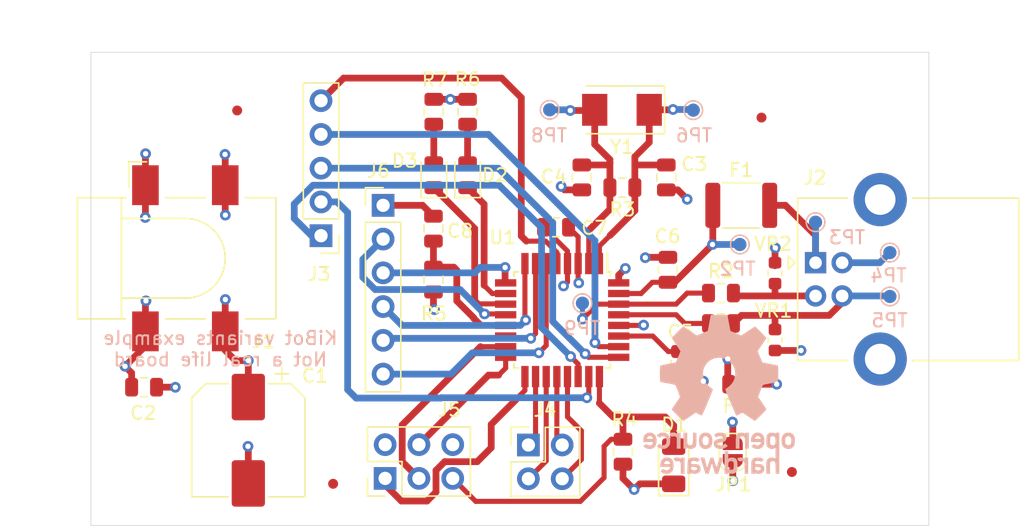
<source format=kicad_pcb>
(kicad_pcb (version 20240108) (generator "pcbnew") (generator_version "8.0")
  (title_block (title "Arduino UNO programmer") (date "${date}") (rev "${git_hash}") (company "Instituto Nacional de Tecnología Industrial") (comment 4 "An example of KiBot variants"))
  (layers (0 "F.Cu" signal) (1 "In1.Cu" power "GND.Cu") (2 "In2.Cu" power "Power.Cu") (31 "B.Cu" signal) (34 "B.Paste" user) (35 "F.Paste" user) (36 "B.SilkS" user "B.Silkscreen") (37 "F.SilkS" user "F.Silkscreen") (38 "B.Mask" user) (39 "F.Mask" user) (44 "Edge.Cuts" user))
  (property "date" "Today")
  (property "git_hash" "WIP")
  (net 0 "")
  (net 1 "GND")
  (net 2 "+5V")
  (net 3 "Net-(U1-XTAL1)")
  (net 4 "Net-(U1-PC0{slash}XTAL2)")
  (net 5 "Earth")
  (net 6 "Net-(U1-UCAP)")
  (net 7 "VBUS")
  (net 8 "Net-(J6-Pin_1)")
  (net 9 "/DTR")
  (net 10 "/RESET2")
  (net 11 "Net-(D2-A)")
  (net 12 "/RXLED")
  (net 13 "Net-(D3-A)")
  (net 14 "/TXLED")
  (net 15 "Net-(J2-VBUS)")
  (net 16 "Net-(J2-Shield)")
  (net 17 "Net-(J2-D+)")
  (net 18 "Net-(J2-D-)")
  (net 19 "Net-(J3-Pin_4)")
  (net 20 "Net-(J3-Pin_3)")
  (net 21 "Net-(J3-Pin_2)")
  (net 22 "Net-(J3-Pin_1)")
  (net 23 "Net-(J3-Pin_5)")
  (net 24 "Net-(J4-Pin_2)")
  (net 25 "Net-(J4-Pin_1)")
  (net 26 "Net-(J4-Pin_4)")
  (net 27 "Net-(J4-Pin_3)")
  (net 28 "/MOSI2")
  (net 29 "/SCK2")
  (net 30 "/MISO2")
  (net 31 "Net-(J6-Pin_3)")
  (net 32 "Net-(J6-Pin_5)")
  (net 33 "Net-(J6-Pin_6)")
  (net 34 "Net-(J6-Pin_4)")
  (net 35 "Net-(J6-Pin_2)")
  (net 36 "Net-(U1-D+)")
  (net 37 "Net-(U1-D-)")
  (footprint "Capacitor_SMD:CP_Elec_8x10" (layer "F.Cu") (at 130.8354 94.8944 -90)
    (property "Reference" "C1" (at -4.8514 -5.0038 180) (layer "F.SilkS"))
    (property "Value" "47uF")
    (pad "1" smd roundrect (at -3.25 0 270) (size 3.5 2.5) (layers "F.Cu" "F.Paste" "F.Mask") (roundrect_rratio 0.1) (net 2 "+5V"))
    (pad "2" smd roundrect (at 3.25 0 270) (size 3.5 2.5) (layers "F.Cu" "F.Paste" "F.Mask") (roundrect_rratio 0.1) (net 1 "GND"))
  )
  (footprint "Capacitor_SMD:C_0805_2012Metric" (layer "F.Cu") (at 123 90.9)
    (property "Reference" "C2" (at -0.064 1.937 0) (layer "F.SilkS"))
    (property "Value" "100nF")
    (pad "1" smd roundrect (at -0.9375 0) (size 0.975 1.4) (layers "F.Cu" "F.Paste" "F.Mask") (net 2 "+5V"))
    (pad "2" smd roundrect (at 0.9375 0) (size 0.975 1.4) (layers "F.Cu" "F.Paste" "F.Mask") (net 1 "GND"))
  )
  (footprint "Capacitor_SMD:C_0805_2012Metric" (layer "F.Cu") (at 162.26 75.116 -90)
    (property "Reference" "C3" (at -0.9988 -2.1034 180) (layer "F.SilkS"))
    (property "Value" "22pF")
    (pad "1" smd roundrect (at -0.9375 0 270) (size 0.975 1.4) (layers "F.Cu" "F.Paste" "F.Mask") (net 3 "Net-(U1-XTAL1)"))
    (pad "2" smd roundrect (at 0.9375 0 270) (size 0.975 1.4) (layers "F.Cu" "F.Paste" "F.Mask") (net 1 "GND"))
  )
  (footprint "Capacitor_SMD:C_0805_2012Metric" (layer "F.Cu") (at 155.91 75.116 -90)
    (property "Reference" "C4" (at -0.059 2.113 180) (layer "F.SilkS"))
    (property "Value" "22pF")
    (pad "1" smd roundrect (at -0.9375 0 270) (size 0.975 1.4) (layers "F.Cu" "F.Paste" "F.Mask") (net 4 "Net-(U1-PC0{slash}XTAL2)"))
    (pad "2" smd roundrect (at 0.9375 0 270) (size 0.975 1.4) (layers "F.Cu" "F.Paste" "F.Mask") (net 1 "GND"))
  )
  (footprint "Capacitor_SMD:C_0805_2012Metric" (layer "F.Cu") (at 163.322 89.154 -90)
    (property "Reference" "C5" (at -2.413 0 180) (layer "F.SilkS"))
    (property "Value" "1uF")
    (pad "1" smd roundrect (at -0.9375 0 270) (size 0.975 1.4) (layers "F.Cu" "F.Paste" "F.Mask") (net 6 "Net-(U1-UCAP)"))
    (pad "2" smd roundrect (at 0.9375 0 270) (size 0.975 1.4) (layers "F.Cu" "F.Paste" "F.Mask") (net 5 "Earth"))
  )
  (footprint "Capacitor_SMD:C_0805_2012Metric" (layer "F.Cu") (at 153.9748 78.867)
    (property "Reference" "C7" (at 2.8702 0.0508 0) (layer "F.SilkS"))
    (property "Value" "100nF")
    (pad "1" smd roundrect (at -0.9375 0) (size 0.975 1.4) (layers "F.Cu" "F.Paste" "F.Mask") (net 2 "+5V"))
    (pad "2" smd roundrect (at 0.9375 0) (size 0.975 1.4) (layers "F.Cu" "F.Paste" "F.Mask") (net 1 "GND"))
  )
  (footprint "Capacitor_SMD:C_0805_2012Metric" (layer "F.Cu") (at 144.7546 78.9686 90)
    (property "Reference" "C8" (at -0.1778 2.0066 180) (layer "F.SilkS"))
    (property "Value" "100nF")
    (pad "1" smd roundrect (at -0.9375 0 90) (size 0.975 1.4) (layers "F.Cu" "F.Paste" "F.Mask") (net 9 "/DTR"))
    (pad "2" smd roundrect (at 0.9375 0 90) (size 0.975 1.4) (layers "F.Cu" "F.Paste" "F.Mask") (net 8 "Net-(J6-Pin_1)"))
  )
  (footprint "Diode_SMD:D_1206_3216Metric" (layer "F.Cu") (at 162.814 96.774 90)
    (property "Reference" "D1" (at 3.048 0.0508 180) (layer "F.SilkS"))
    (property "Value" "CD1206-S01575")
    (pad "1" smd roundrect (at -1.4 0 90) (size 1.25 1.75) (layers "F.Cu" "F.Paste" "F.Mask") (roundrect_rratio 0.2) (net 2 "+5V"))
    (pad "2" smd roundrect (at 1.4 0 90) (size 1.25 1.75) (layers "F.Cu" "F.Paste" "F.Mask") (roundrect_rratio 0.2) (net 10 "/RESET2"))
  )
  (footprint "LED_SMD:LED_0805_2012Metric" (layer "F.Cu") (at 147.32 74.95 90)
    (property "Reference" "D2" (at -0.0054 2.0574 180) (layer "F.SilkS"))
    (property "Value" "LED")
    (pad "1" smd roundrect (at -0.9375 0 90) (size 0.975 1.4) (layers "F.Cu" "F.Paste" "F.Mask") (net 12 "/RXLED"))
    (pad "2" smd roundrect (at 0.9375 0 90) (size 0.975 1.4) (layers "F.Cu" "F.Paste" "F.Mask") (net 11 "Net-(D2-A)"))
  )
  (footprint "LED_SMD:LED_0805_2012Metric" (layer "F.Cu") (at 144.78 74.95 90)
    (property "Reference" "D3" (at 1.0868 -2.1844 180) (layer "F.SilkS"))
    (property "Value" "LED")
    (pad "1" smd roundrect (at -0.9375 0 90) (size 0.975 1.4) (layers "F.Cu" "F.Paste" "F.Mask") (net 14 "/TXLED"))
    (pad "2" smd roundrect (at 0.9375 0 90) (size 0.975 1.4) (layers "F.Cu" "F.Paste" "F.Mask") (net 13 "Net-(D3-A)"))
  )
  (footprint "Resistor_SMD:R_1812_4532Metric" (layer "F.Cu") (at 167.894 77.216)
    (property "Reference" "F1" (at 0 -2.65 0) (layer "F.SilkS"))
    (property "Value" "MF-MSMF050-2")
    (pad "1" smd roundrect (at -2.1375 0) (size 1.125 3.4) (layers "F.Cu" "F.Paste" "F.Mask") (roundrect_rratio 0.222222) (net 7 "VBUS"))
    (pad "2" smd roundrect (at 2.1375 0) (size 1.125 3.4) (layers "F.Cu" "F.Paste" "F.Mask") (roundrect_rratio 0.222222) (net 15 "Net-(J2-VBUS)"))
  )
  (footprint "Resistor_SMD:R_0805_2012Metric" (layer "F.Cu") (at 167.894 90.678 180)
    (property "Reference" "FB1" (at 0 -1.65 0) (layer "F.SilkS"))
    (property "Value" "BLM21PG221SN1D")
    (pad "1" smd roundrect (at -0.9375 0 180) (size 0.975 1.4) (layers "F.Cu" "F.Paste" "F.Mask") (net 16 "Net-(J2-Shield)"))
    (pad "2" smd roundrect (at 0.9375 0 180) (size 0.975 1.4) (layers "F.Cu" "F.Paste" "F.Mask") (net 5 "Earth"))
  )
  (footprint "Fiducial:Fiducial_0.75mm_Mask1.5mm" (layer "F.Cu") (at 169.418 70.612)
    (property "Reference" "FID1" (hide yes))
    (property "Value" "Fiducial")
    (pad "" smd circle (at 0 0) (size 0.75 0.75) (layers "F.Cu" "F.Mask") (clearance 0.375))
  )
  (footprint "Fiducial:Fiducial_0.75mm_Mask1.5mm" (layer "F.Cu") (at 171.704 97.282)
    (property "Reference" "FID2" (hide yes))
    (property "Value" "Fiducial")
    (pad "" smd circle (at 0 0) (size 0.75 0.75) (layers "F.Cu" "F.Mask") (clearance 0.375))
  )
  (footprint "Fiducial:Fiducial_0.75mm_Mask1.5mm" (layer "F.Cu") (at 129.9972 70.0786)
    (property "Reference" "FID3" (hide yes))
    (property "Value" "Fiducial")
    (pad "" smd circle (at 0 0) (size 0.75 0.75) (layers "F.Cu" "F.Mask") (clearance 0.375))
  )
  (footprint "Fiducial:Fiducial_0.75mm_Mask1.5mm" (layer "F.Cu") (at 137.2108 98.171)
    (property "Reference" "FID4" (hide yes))
    (property "Value" "Fiducial")
    (pad "" smd circle (at 0 0) (size 0.75 0.75) (layers "F.Cu" "F.Mask") (clearance 0.375))
  )
  (footprint "MountingHole:MountingHole_2.7mm_M2.5" (layer "F.Cu") (at 177 97)
    (property "Reference" "H1" (hide yes))
    (property "Value" "MountingHole")
    (pad "" np_thru_hole circle (at 0 0) (size 2.7 2.7) (drill 2.7) (layers "*.Cu" "*.Mask"))
  )
  (footprint "MountingHole:MountingHole_2.7mm_M2.5" (layer "F.Cu") (at 123 97)
    (property "Reference" "H2" (hide yes))
    (property "Value" "MountingHole")
    (pad "" np_thru_hole circle (at 0 0) (size 2.7 2.7) (drill 2.7) (layers "*.Cu" "*.Mask"))
  )
  (footprint "MountingHole:MountingHole_2.7mm_M2.5" (layer "F.Cu") (at 123 69.5)
    (property "Reference" "H3" (hide yes))
    (property "Value" "MountingHole")
    (pad "" np_thru_hole circle (at 0 0) (size 2.7 2.7) (drill 2.7) (layers "*.Cu" "*.Mask"))
  )
  (footprint "MountingHole:MountingHole_2.7mm_M2.5" (layer "F.Cu") (at 177 69.5)
    (property "Reference" "H4" (hide yes))
    (property "Value" "MountingHole")
    (pad "" np_thru_hole circle (at 0 0) (size 2.7 2.7) (drill 2.7) (layers "*.Cu" "*.Mask"))
  )
  (footprint "Connector_BarrelJack:BarrelJack_CLIFF_FC681465S_SMT_Horizontal" (layer "F.Cu") (at 126.1 81.2)
    (property "Reference" "J1" (at 5.8784 6.2522 180) (layer "F.SilkS"))
    (property "Value" "Barrel_Jack_Switch")
    (pad "" np_thru_hole oval (at -2.9 0 90) (size 2 1.5) (drill oval 2 1.5) (layers "*.Cu" "*.Mask"))
    (pad "" np_thru_hole circle (at 1.5 0 90) (size 2 2) (drill 2) (layers "*.Cu" "*.Mask"))
    (pad "1" smd rect (at -3 -5.5 90) (size 3 2) (layers "F.Cu" "F.Paste" "F.Mask") (net 1 "GND"))
    (pad "1" smd rect (at 3 -5.5 90) (size 3 2) (layers "F.Cu" "F.Paste" "F.Mask") (net 1 "GND"))
    (pad "2" smd rect (at 3 5.5 90) (size 3 2) (layers "F.Cu" "F.Paste" "F.Mask") (net 2 "+5V"))
    (pad "3" smd rect (at -3 5.5 90) (size 3 2) (layers "F.Cu" "F.Paste" "F.Mask") (net 2 "+5V"))
  )
  (footprint "Connector_PinHeader_2.54mm:PinHeader_1x05_P2.54mm_Vertical" (layer "F.Cu") (at 136.3 79.5 180)
    (property "Reference" "J3" (at 0.156 -2.8976 0) (layer "F.SilkS"))
    (property "Value" "P1")
    (pad "1" thru_hole rect (at 0 0 180) (size 1.7 1.7) (drill 1) (layers "*.Cu" "*.Mask") (net 22 "Net-(J3-Pin_1)"))
    (pad "2" thru_hole oval (at 0 2.54 180) (size 1.7 1.7) (drill 1) (layers "*.Cu" "*.Mask") (net 21 "Net-(J3-Pin_2)"))
    (pad "3" thru_hole oval (at 0 5.08 180) (size 1.7 1.7) (drill 1) (layers "*.Cu" "*.Mask") (net 20 "Net-(J3-Pin_3)"))
    (pad "4" thru_hole oval (at 0 7.62 180) (size 1.7 1.7) (drill 1) (layers "*.Cu" "*.Mask") (net 19 "Net-(J3-Pin_4)"))
    (pad "5" thru_hole oval (at 0 10.16 180) (size 1.7 1.7) (drill 1) (layers "*.Cu" "*.Mask") (net 23 "Net-(J3-Pin_5)"))
  )
  (footprint "Connector_PinHeader_2.54mm:PinHeader_2x02_P2.54mm_Vertical" (layer "F.Cu") (at 151.892 95.25)
    (property "Reference" "J4" (at 1.2446 -2.6416 0) (layer "F.SilkS"))
    (property "Value" "2x2M")
    (pad "1" thru_hole rect (at 0 0) (size 1.7 1.7) (drill 1) (layers "*.Cu" "*.Mask") (net 25 "Net-(J4-Pin_1)"))
    (pad "2" thru_hole oval (at 2.54 0) (size 1.7 1.7) (drill 1) (layers "*.Cu" "*.Mask") (net 24 "Net-(J4-Pin_2)"))
    (pad "3" thru_hole oval (at 0 2.54) (size 1.7 1.7) (drill 1) (layers "*.Cu" "*.Mask") (net 27 "Net-(J4-Pin_3)"))
    (pad "4" thru_hole oval (at 2.54 2.54) (size 1.7 1.7) (drill 1) (layers "*.Cu" "*.Mask") (net 26 "Net-(J4-Pin_4)"))
  )
  (footprint "Connector_PinHeader_2.54mm:PinHeader_2x03_P2.54mm_Vertical" (layer "F.Cu") (at 141.1224 97.7646 90)
    (property "Reference" "J5" (at 5.1562 4.826 180) (layer "F.SilkS"))
    (property "Value" "ICSP1")
    (pad "1" thru_hole rect (at 0 0 90) (size 1.7 1.7) (drill 1) (layers "*.Cu" "*.Mask") (net 30 "/MISO2"))
    (pad "2" thru_hole oval (at 2.54 0 90) (size 1.7 1.7) (drill 1) (layers "*.Cu" "*.Mask") (net 2 "+5V"))
    (pad "3" thru_hole oval (at 0 2.54 90) (size 1.7 1.7) (drill 1) (layers "*.Cu" "*.Mask") (net 29 "/SCK2"))
    (pad "4" thru_hole oval (at 2.54 2.54 90) (size 1.7 1.7) (drill 1) (layers "*.Cu" "*.Mask") (net 28 "/MOSI2"))
    (pad "5" thru_hole oval (at 0 5.08 90) (size 1.7 1.7) (drill 1) (layers "*.Cu" "*.Mask") (net 10 "/RESET2"))
    (pad "6" thru_hole oval (at 2.54 5.08 90) (size 1.7 1.7) (drill 1) (layers "*.Cu" "*.Mask") (net 1 "GND"))
  )
  (footprint "Connector_PinHeader_2.54mm:PinHeader_1x06_P2.54mm_Vertical" (layer "F.Cu") (at 140.97 77.216)
    (property "Reference" "J6" (at -0.3556 -2.5908 0) (layer "F.SilkS"))
    (property "Value" "P2")
    (pad "1" thru_hole rect (at 0 0) (size 1.7 1.7) (drill 1) (layers "*.Cu" "*.Mask") (net 8 "Net-(J6-Pin_1)"))
    (pad "2" thru_hole oval (at 0 2.54) (size 1.7 1.7) (drill 1) (layers "*.Cu" "*.Mask") (net 35 "Net-(J6-Pin_2)"))
    (pad "3" thru_hole oval (at 0 5.08) (size 1.7 1.7) (drill 1) (layers "*.Cu" "*.Mask") (net 31 "Net-(J6-Pin_3)"))
    (pad "4" thru_hole oval (at 0 7.62) (size 1.7 1.7) (drill 1) (layers "*.Cu" "*.Mask") (net 34 "Net-(J6-Pin_4)"))
    (pad "5" thru_hole oval (at 0 10.16) (size 1.7 1.7) (drill 1) (layers "*.Cu" "*.Mask") (net 32 "Net-(J6-Pin_5)"))
    (pad "6" thru_hole oval (at 0 12.7) (size 1.7 1.7) (drill 1) (layers "*.Cu" "*.Mask") (net 33 "Net-(J6-Pin_6)"))
  )
  (footprint "Jumper:SolderJumper-2_P1.3mm_Open_RoundedPad1.0x1.5mm" (layer "F.Cu") (at 167.259 95.7834 -90)
    (property "Reference" "JP1" (at 2.4384 -0.0508 180) (layer "F.SilkS"))
    (property "Value" "SolderJumper_2_Open")
    (pad "1" smd custom (at -0.65 0 270) (size 1 0.5) (layers "F.Cu" "F.Mask") (net 5 "Earth") (options (clearance outline) (anchor rect)) (primitives (gr_circle (center 0 0.25) (end 0.5 0.25) (width 0) (fill yes)) (gr_circle (center 0 -0.25) (end 0.5 -0.25) (width 0) (fill yes)) (gr_poly (pts (xy 0 -0.75) (xy 0.5 -0.75) (xy 0.5 0.75) (xy 0 0.75)) (width 0) (fill yes))))
    (pad "2" smd custom (at 0.65 0 270) (size 1 0.5) (layers "F.Cu" "F.Mask") (net 1 "GND") (options (clearance outline) (anchor rect)) (primitives (gr_circle (center 0 0.25) (end 0.5 0.25) (width 0) (fill yes)) (gr_circle (center 0 -0.25) (end 0.5 -0.25) (width 0) (fill yes)) (gr_poly (pts (xy 0 -0.75) (xy -0.5 -0.75) (xy -0.5 0.75) (xy 0 0.75)) (width 0) (fill yes))))
  )
  (footprint "Resistor_SMD:R_0805_2012Metric" (layer "F.Cu") (at 166.37 86.106)
    (property "Reference" "R1" (at 0.0762 1.8034 0) (layer "F.SilkS"))
    (property "Value" "22R")
    (pad "1" smd roundrect (at -0.9375 0) (size 0.975 1.4) (layers "F.Cu" "F.Paste" "F.Mask") (net 36 "Net-(U1-D+)"))
    (pad "2" smd roundrect (at 0.9375 0) (size 0.975 1.4) (layers "F.Cu" "F.Paste" "F.Mask") (net 17 "Net-(J2-D+)"))
  )
  (footprint "Resistor_SMD:R_0805_2012Metric" (layer "F.Cu") (at 166.37 83.82)
    (property "Reference" "R2" (at 0 -1.65 0) (layer "F.SilkS"))
    (property "Value" "22R")
    (pad "1" smd roundrect (at -0.9375 0) (size 0.975 1.4) (layers "F.Cu" "F.Paste" "F.Mask") (net 37 "Net-(U1-D-)"))
    (pad "2" smd roundrect (at 0.9375 0) (size 0.975 1.4) (layers "F.Cu" "F.Paste" "F.Mask") (net 18 "Net-(J2-D-)"))
  )
  (footprint "Resistor_SMD:R_0805_2012Metric" (layer "F.Cu") (at 158.958 75.878 180)
    (property "Reference" "R3" (at 0 -1.65 0) (layer "F.SilkS"))
    (property "Value" "1M")
    (pad "1" smd roundrect (at -0.9375 0 180) (size 0.975 1.4) (layers "F.Cu" "F.Paste" "F.Mask") (net 3 "Net-(U1-XTAL1)"))
    (pad "2" smd roundrect (at 0.9375 0 180) (size 0.975 1.4) (layers "F.Cu" "F.Paste" "F.Mask") (net 4 "Net-(U1-PC0{slash}XTAL2)"))
  )
  (footprint "Resistor_SMD:R_0805_2012Metric" (layer "F.Cu") (at 159.004 95.758 90)
    (property "Reference" "R4" (at 2.4384 0.1016 180) (layer "F.SilkS"))
    (property "Value" "10K")
    (pad "1" smd roundrect (at -0.9375 0 90) (size 0.975 1.4) (layers "F.Cu" "F.Paste" "F.Mask") (net 2 "+5V"))
    (pad "2" smd roundrect (at 0.9375 0 90) (size 0.975 1.4) (layers "F.Cu" "F.Paste" "F.Mask") (net 10 "/RESET2"))
  )
  (footprint "Resistor_SMD:R_0805_2012Metric" (layer "F.Cu") (at 144.7546 82.804 -90)
    (property "Reference" "R5" (at 2.5654 -0.0254 180) (layer "F.SilkS"))
    (property "Value" "1K")
    (pad "1" smd roundrect (at -0.9375 0 270) (size 0.975 1.4) (layers "F.Cu" "F.Paste" "F.Mask") (net 9 "/DTR"))
    (pad "2" smd roundrect (at 0.9375 0 270) (size 0.975 1.4) (layers "F.Cu" "F.Paste" "F.Mask") (net 1 "GND"))
  )
  (footprint "Resistor_SMD:R_0805_2012Metric" (layer "F.Cu") (at 147.32 70.1748 -90)
    (property "Reference" "R6" (at -2.4584 0 180) (layer "F.SilkS"))
    (property "Value" "1K")
    (pad "1" smd roundrect (at -0.9375 0 270) (size 0.975 1.4) (layers "F.Cu" "F.Paste" "F.Mask") (net 2 "+5V"))
    (pad "2" smd roundrect (at 0.9375 0 270) (size 0.975 1.4) (layers "F.Cu" "F.Paste" "F.Mask") (net 11 "Net-(D2-A)"))
  )
  (footprint "Resistor_SMD:R_0805_2012Metric" (layer "F.Cu") (at 144.78 70.1748 -90)
    (property "Reference" "R7" (at -2.4076 -0.0762 180) (layer "F.SilkS"))
    (property "Value" "1K")
    (pad "1" smd roundrect (at -0.9375 0 270) (size 0.975 1.4) (layers "F.Cu" "F.Paste" "F.Mask") (net 2 "+5V"))
    (pad "2" smd roundrect (at 0.9375 0 270) (size 0.975 1.4) (layers "F.Cu" "F.Paste" "F.Mask") (net 13 "Net-(D3-A)"))
  )
  (footprint "Resistor_SMD:R_0603_1608Metric" (layer "F.Cu") (at 170.434 87.3505 -90)
    (property "Reference" "VR1" (at -2.2097 0.1016 180) (layer "F.SilkS"))
    (property "Value" "CG0603MLC-05E")
    (pad "1" smd roundrect (at -0.7875 0 270) (size 0.875 0.95) (layers "F.Cu" "F.Paste" "F.Mask") (net 17 "Net-(J2-D+)"))
    (pad "2" smd roundrect (at 0.7875 0 270) (size 0.875 0.95) (layers "F.Cu" "F.Paste" "F.Mask") (net 16 "Net-(J2-Shield)"))
  )
  (footprint "Crystal:Crystal_SMD_Abracon_ABM3-2Pin_5.0x3.2mm" (layer "F.Cu") (at 158.9278 70.0278 180)
    (property "Reference" "Y1" (at 0 -2.8 0) (layer "F.SilkS"))
    (property "Value" "16MHz")
    (pad "1" smd rect (at -2.05 0 180) (size 1.9 2.4) (layers "F.Cu" "F.Paste" "F.Mask") (net 3 "Net-(U1-XTAL1)"))
    (pad "2" smd rect (at 2.05 0 180) (size 1.9 2.4) (layers "F.Cu" "F.Paste" "F.Mask") (net 4 "Net-(U1-PC0{slash}XTAL2)"))
  )
  (footprint "Connector_USB:USB_B_Lumberg_2411_02_Horizontal" (layer "F.Cu") (at 173.482 81.534)
    (property "Reference" "J2" (at -0.0508 -6.4008 0) (layer "F.SilkS"))
    (property "Value" "USB_B")
    (pad "1" thru_hole rect (at 0 0 90) (size 1.6 1.6) (drill 0.95) (layers "*.Cu" "*.Mask") (net 15 "Net-(J2-VBUS)"))
    (pad "2" thru_hole circle (at 0 2.5 90) (size 1.6 1.6) (drill 0.95) (layers "*.Cu" "*.Mask") (net 18 "Net-(J2-D-)"))
    (pad "3" thru_hole circle (at 2 2.5 90) (size 1.6 1.6) (drill 0.95) (layers "*.Cu" "*.Mask") (net 17 "Net-(J2-D+)"))
    (pad "4" thru_hole circle (at 2 0 90) (size 1.6 1.6) (drill 0.95) (layers "*.Cu" "*.Mask") (net 5 "Earth"))
    (pad "5" thru_hole circle (at 4.86 -4.75 90) (size 4 4) (drill 2.3) (layers "*.Cu" "*.Mask") (net 16 "Net-(J2-Shield)"))
    (pad "5" thru_hole circle (at 4.86 7.25 90) (size 4 4) (drill 2.3) (layers "*.Cu" "*.Mask") (net 16 "Net-(J2-Shield)"))
  )
  (footprint "Package_QFP:TQFP-32_7x7mm_P0.8mm" (layer "F.Cu") (at 154.432 85.852 -90)
    (property "Reference" "U1" (at -6.223 4.4704 180) (layer "F.SilkS"))
    (property "Value" "ATmega8U2-AU")
    (pad "1" smd rect (at -4.25 -2.8 270) (size 1.6 0.55) (layers "F.Cu" "F.Paste" "F.Mask") (net 3 "Net-(U1-XTAL1)"))
    (pad "2" smd rect (at -4.25 -2 270) (size 1.6 0.55) (layers "F.Cu" "F.Paste" "F.Mask") (net 4 "Net-(U1-PC0{slash}XTAL2)"))
    (pad "3" smd rect (at -4.25 -1.2 270) (size 1.6 0.55) (layers "F.Cu" "F.Paste" "F.Mask") (net 1 "GND"))
    (pad "4" smd rect (at -4.25 -0.4 270) (size 1.6 0.55) (layers "F.Cu" "F.Paste" "F.Mask") (net 2 "+5V"))
    (pad "5" smd rect (at -4.25 0.4 270) (size 1.6 0.55) (layers "F.Cu" "F.Paste" "F.Mask") (net 23 "Net-(J3-Pin_5)"))
    (pad "6" smd rect (at -4.25 1.2 270) (size 1.6 0.55) (layers "F.Cu" "F.Paste" "F.Mask") (net 33 "Net-(J6-Pin_6)"))
    (pad "7" smd rect (at -4.25 2 270) (size 1.6 0.55) (layers "F.Cu" "F.Paste" "F.Mask") (net 32 "Net-(J6-Pin_5)"))
    (pad "8" smd rect (at -4.25 2.8 270) (size 1.6 0.55) (layers "F.Cu" "F.Paste" "F.Mask") (net 34 "Net-(J6-Pin_4)"))
    (pad "9" smd rect (at -2.8 4.25) (size 1.6 0.55) (layers "F.Cu" "F.Paste" "F.Mask") (net 31 "Net-(J6-Pin_3)"))
    (pad "10" smd rect (at -2 4.25) (size 1.6 0.55) (layers "F.Cu" "F.Paste" "F.Mask") (net 12 "/RXLED"))
    (pad "11" smd rect (at -1.2 4.25) (size 1.6 0.55) (layers "F.Cu" "F.Paste" "F.Mask") (net 14 "/TXLED"))
    (pad "12" smd rect (at -0.4 4.25) (size 1.6 0.55) (layers "F.Cu" "F.Paste" "F.Mask") (net 35 "Net-(J6-Pin_2)"))
    (pad "13" smd rect (at 0.4 4.25) (size 1.6 0.55) (layers "F.Cu" "F.Paste" "F.Mask") (net 9 "/DTR"))
    (pad "14" smd rect (at 1.2 4.25) (size 1.6 0.55) (layers "F.Cu" "F.Paste" "F.Mask"))
    (pad "15" smd rect (at 2 4.25) (size 1.6 0.55) (layers "F.Cu" "F.Paste" "F.Mask") (net 29 "/SCK2"))
    (pad "16" smd rect (at 2.8 4.25) (size 1.6 0.55) (layers "F.Cu" "F.Paste" "F.Mask") (net 28 "/MOSI2"))
    (pad "17" smd rect (at 4.25 2.8 270) (size 1.6 0.55) (layers "F.Cu" "F.Paste" "F.Mask") (net 30 "/MISO2"))
    (pad "18" smd rect (at 4.25 2 270) (size 1.6 0.55) (layers "F.Cu" "F.Paste" "F.Mask") (net 25 "Net-(J4-Pin_1)"))
    (pad "19" smd rect (at 4.25 1.2 270) (size 1.6 0.55) (layers "F.Cu" "F.Paste" "F.Mask") (net 27 "Net-(J4-Pin_3)"))
    (pad "20" smd rect (at 4.25 0.4 270) (size 1.6 0.55) (layers "F.Cu" "F.Paste" "F.Mask") (net 24 "Net-(J4-Pin_2)"))
    (pad "21" smd rect (at 4.25 -0.4 270) (size 1.6 0.55) (layers "F.Cu" "F.Paste" "F.Mask") (net 26 "Net-(J4-Pin_4)"))
    (pad "22" smd rect (at 4.25 -1.2 270) (size 1.6 0.55) (layers "F.Cu" "F.Paste" "F.Mask") (net 22 "Net-(J3-Pin_1)"))
    (pad "23" smd rect (at 4.25 -2 270) (size 1.6 0.55) (layers "F.Cu" "F.Paste" "F.Mask") (net 21 "Net-(J3-Pin_2)"))
    (pad "24" smd rect (at 4.25 -2.8 270) (size 1.6 0.55) (layers "F.Cu" "F.Paste" "F.Mask") (net 10 "/RESET2"))
    (pad "25" smd rect (at 2.8 -4.25) (size 1.6 0.55) (layers "F.Cu" "F.Paste" "F.Mask") (net 20 "Net-(J3-Pin_3)"))
    (pad "26" smd rect (at 2 -4.25) (size 1.6 0.55) (layers "F.Cu" "F.Paste" "F.Mask") (net 19 "Net-(J3-Pin_4)"))
    (pad "27" smd rect (at 1.2 -4.25) (size 1.6 0.55) (layers "F.Cu" "F.Paste" "F.Mask") (net 6 "Net-(U1-UCAP)"))
    (pad "28" smd rect (at 0.4 -4.25) (size 1.6 0.55) (layers "F.Cu" "F.Paste" "F.Mask") (net 5 "Earth"))
    (pad "29" smd rect (at -0.4 -4.25) (size 1.6 0.55) (layers "F.Cu" "F.Paste" "F.Mask") (net 36 "Net-(U1-D+)"))
    (pad "30" smd rect (at -1.2 -4.25) (size 1.6 0.55) (layers "F.Cu" "F.Paste" "F.Mask") (net 37 "Net-(U1-D-)"))
    (pad "31" smd rect (at -2 -4.25) (size 1.6 0.55) (layers "F.Cu" "F.Paste" "F.Mask") (net 7 "VBUS"))
    (pad "32" smd rect (at -2.8 -4.25) (size 1.6 0.55) (layers "F.Cu" "F.Paste" "F.Mask") (net 2 "+5V"))
  )
  (footprint "Resistor_SMD:R_0603_1608Metric" (layer "F.Cu") (at 170.434 82.3214 90)
    (property "Reference" "VR2" (at 2.2098 -0.1524 180) (layer "F.SilkS"))
    (property "Value" "CG0603MLC-05E")
    (pad "1" smd roundrect (at -0.7875 0 90) (size 0.875 0.95) (layers "F.Cu" "F.Paste" "F.Mask") (net 18 "Net-(J2-D-)"))
    (pad "2" smd roundrect (at 0.7875 0 90) (size 0.875 0.95) (layers "F.Cu" "F.Paste" "F.Mask") (net 16 "Net-(J2-Shield)"))
  )
  (footprint "Capacitor_SMD:C_0805_2012Metric" (layer "F.Cu") (at 162.3822 82.0674 90)
    (property "Reference" "C6" (at 2.5146 -0.0254 180) (layer "F.SilkS"))
    (property "Value" "100nF")
    (pad "1" smd roundrect (at -0.9375 0 90) (size 0.975 1.4) (layers "F.Cu" "F.Paste" "F.Mask") (net 7 "VBUS"))
    (pad "2" smd roundrect (at 0.9375 0 90) (size 0.975 1.4) (layers "F.Cu" "F.Paste" "F.Mask") (net 5 "Earth"))
  )
  (footprint "TestPoint:TestPoint_Pad_D1.0mm" (layer "B.Cu") (at 167.7924 80.1624)
    (property "Reference" "TP2" (at -0.1778 1.8288 0) (layer "B.SilkS") (effects (justify mirror)))
    (property "Value" "TestPoint")
    (pad "1" smd circle (at 0 0) (size 1 1) (layers "B.Cu" "B.Mask") (net 7 "VBUS"))
  )
  (footprint "TestPoint:TestPoint_Pad_D1.0mm" (layer "B.Cu") (at 173.482 78.486)
    (property "Reference" "TP3" (at 2.3622 1.143 0) (layer "B.SilkS") (effects (justify mirror)))
    (property "Value" "TestPoint")
    (pad "1" smd circle (at 0 0) (size 1 1) (layers "B.Cu" "B.Mask") (net 15 "Net-(J2-VBUS)"))
  )
  (footprint "TestPoint:TestPoint_Pad_D1.0mm" (layer "B.Cu") (at 179.07 80.772)
    (property "Reference" "TP4" (at -0.1016 1.7272 0) (layer "B.SilkS") (effects (justify mirror)))
    (property "Value" "TestPoint")
    (pad "1" smd circle (at 0 0) (size 1 1) (layers "B.Cu" "B.Mask") (net 5 "Earth"))
  )
  (footprint "TestPoint:TestPoint_Pad_D1.0mm" (layer "B.Cu") (at 179.07 84.074)
    (property "Reference" "TP5" (at -0.0254 1.8034 0) (layer "B.SilkS") (effects (justify mirror)))
    (property "Value" "TestPoint")
    (pad "1" smd circle (at 0 0) (size 1 1) (layers "B.Cu" "B.Mask") (net 17 "Net-(J2-D+)"))
  )
  (footprint "TestPoint:TestPoint_Pad_D1.0mm" (layer "B.Cu") (at 164.2872 70.0532)
    (property "Reference" "TP6" (at 0.0508 1.905 0) (layer "B.SilkS") (effects (justify mirror)))
    (property "Value" "TestPoint")
    (pad "1" smd circle (at 0 0) (size 1 1) (layers "B.Cu" "B.Mask") (net 3 "Net-(U1-XTAL1)"))
  )
  (footprint "TestPoint:TestPoint_Pad_D1.0mm" (layer "B.Cu") (at 153.4922 70.0278)
    (property "Reference" "TP8" (at -0.0508 1.9304 0) (layer "B.SilkS") (effects (justify mirror)))
    (property "Value" "TestPoint")
    (pad "1" smd circle (at 0 0) (size 1 1) (layers "B.Cu" "B.Mask") (net 4 "Net-(U1-PC0{slash}XTAL2)"))
  )
  (footprint "TestPoint:TestPoint_Pad_D1.0mm" (layer "B.Cu") (at 155.956 84.582)
    (property "Reference" "TP9" (at -0.0254 1.8796 0) (layer "B.SilkS") (effects (justify mirror)))
    (property "Value" "TestPoint")
    (pad "1" smd circle (at 0 0) (size 1 1) (layers "B.Cu" "B.Mask") (net 37 "Net-(U1-D-)"))
  )
  (footprint "Symbol:OSHW-Logo_11.4x12mm_SilkScreen" (layer "B.Cu") (at 166.243 91.44 180)
    (property "Reference" "LOGO1" (hide yes))
    (property "Value" "Logo_Open_Hardware_Large" (hide yes))
  )
  (gr_line (start 119 101.3) (end 182 101.3) (stroke (width 0.05)) (layer "Edge.Cuts"))
  (gr_line (start 182 101.3) (end 182 65.7) (stroke (width 0.05)) (layer "Edge.Cuts"))
  (gr_line (start 119 65.7) (end 119 101.3) (stroke (width 0.05)) (layer "Edge.Cuts"))
  (gr_line (start 182 65.7) (end 119 65.7) (stroke (width 0.05)) (layer "Edge.Cuts"))
  (gr_text "KiBot variants example\nNot a real life board" (at 128.7272 88.011 0) (layer "B.SilkS") (effects (font (size 1 1)) (justify mirror)))
  (segment (start 144.7546 84.9884) (end 144.8308 85.0646) (width 0.508) (layer "F.Cu") (net 1))
  (segment (start 125.3424 90.9) (end 125.349 90.9066) (width 0.508) (layer "F.Cu") (net 1))
  (segment (start 129.1 75.7) (end 129.1 77.9444) (width 0.508) (layer "F.Cu") (net 1))
  (segment (start 155.632 83.0134) (end 155.6766 83.058) (width 0.381) (layer "F.Cu") (net 1))
  (segment (start 144.7546 83.7415) (end 144.7546 84.9884) (width 0.508) (layer "F.Cu") (net 1))
  (segment (start 123.9375 90.9) (end 125.3424 90.9) (width 0.508) (layer "F.Cu") (net 1))
  (segment (start 123.1 75.7) (end 123.1 78.1188) (width 0.508) (layer "F.Cu") (net 1))
  (segment (start 163.1247 76.0535) (end 163.83 76.7588) (width 0.508) (layer "F.Cu") (net 1))
  (segment (start 155.632 79.5867) (end 154.9123 78.867) (width 0.381) (layer "F.Cu") (net 1))
  (segment (start 155.632 81.602) (end 155.632 83.0134) (width 0.381) (layer "F.Cu") (net 1))
  (segment (start 123.1 75.7) (end 123.1 73.3436) (width 0.508) (layer "F.Cu") (net 1))
  (segment (start 154.6157 76.0535) (end 154.3558 75.7936) (width 0.508) (layer "F.Cu") (net 1))
  (segment (start 123.1 73.3436) (end 123.1138 73.3298) (width 0.508) (layer "F.Cu") (net 1))
  (segment (start 162.26 76.0535) (end 163.1247 76.0535) (width 0.508) (layer "F.Cu") (net 1))
  (segment (start 155.91 76.0535) (end 154.6157 76.0535) (width 0.508) (layer "F.Cu") (net 1))
  (segment (start 167.259 96.4334) (end 167.259 97.9424) (width 0.508) (layer "F.Cu") (net 1))
  (segment (start 130.8354 95.377) (end 130.81 95.3516) (width 0.508) (layer "F.Cu") (net 1))
  (segment (start 129.1 73.3978) (end 129.0828 73.3806) (width 0.508) (layer "F.Cu") (net 1))
  (segment (start 129.1 77.9444) (end 129.1082 77.9526) (width 0.508) (layer "F.Cu") (net 1))
  (segment (start 123.1 78.1188) (end 123.0884 78.1304) (width 0.508) (layer "F.Cu") (net 1))
  (segment (start 155.632 81.602) (end 155.632 79.5867) (width 0.381) (layer "F.Cu") (net 1))
  (segment (start 130.8354 98.1444) (end 130.8354 95.377) (width 0.508) (layer "F.Cu") (net 1))
  (segment (start 129.1 75.7) (end 129.1 73.3978) (width 0.508) (layer "F.Cu") (net 1))
  (via (at 154.3558 75.7936) (size 0.8) (drill 0.4) (layers "F.Cu" "B.Cu") (net 1))
  (via (at 123.1138 73.3298) (size 0.8) (drill 0.4) (layers "F.Cu" "B.Cu") (net 1))
  (via (at 129.1082 77.9526) (size 0.8) (drill 0.4) (layers "F.Cu" "B.Cu") (net 1))
  (via (at 167.259 97.9424) (size 0.8) (drill 0.4) (layers "F.Cu" "B.Cu") (net 1))
  (via (at 155.6766 83.058) (size 0.8) (drill 0.4) (layers "F.Cu" "B.Cu") (net 1))
  (via (at 163.83 76.7588) (size 0.8) (drill 0.4) (layers "F.Cu" "B.Cu") (net 1))
  (via (at 125.349 90.9066) (size 0.8) (drill 0.4) (layers "F.Cu" "B.Cu") (net 1))
  (via (at 130.81 95.3516) (size 0.8) (drill 0.4) (layers "F.Cu" "B.Cu") (net 1))
  (via (at 129.0828 73.3806) (size 0.8) (drill 0.4) (layers "F.Cu" "B.Cu") (net 1))
  (via (at 144.8308 85.0646) (size 0.8) (drill 0.4) (layers "F.Cu" "B.Cu") (net 1))
  (via (at 123.0884 78.1304) (size 0.8) (drill 0.4) (layers "F.Cu" "B.Cu") (net 1))
  (segment (start 123.1 84.4434) (end 123.1392 84.4042) (width 0.508) (layer "F.Cu") (net 2))
  (segment (start 144.78 69.2373) (end 146.0215 69.2373) (width 0.508) (layer "F.Cu") (net 2))
  (segment (start 154.832 82.9882) (end 154.5336 83.2866) (width 0.381) (layer "F.Cu") (net 2))
  (segment (start 129.1 84.3108) (end 129.1082 84.3026) (width 0.508) (layer "F.Cu") (net 2))
  (segment (start 162.814 98.174) (end 160.271 98.174) (width 0.508) (layer "F.Cu") (net 2))
  (segment (start 158.682 83.052) (end 158.682 82.4656) (width 0.508) (layer "F.Cu") (net 2))
  (segment (start 154.832 80.6617) (end 153.0373 78.867) (width 0.381) (layer "F.Cu") (net 2))
  (segment (start 159.004 97.7646) (end 159.8422 98.6028) (width 0.508) (layer "F.Cu") (net 2))
  (segment (start 123.1 86.7) (end 123.1 84.4434) (width 0.508) (layer "F.Cu") (net 2))
  (segment (start 146.0215 69.2373) (end 146.0246 69.2404) (width 0.508) (layer "F.Cu") (net 2))
  (segment (start 159.004 96.6955) (end 159.004 97.7646) (width 0.508) (layer "F.Cu") (net 2))
  (segment (start 123.1 86.7) (end 123.1 87.7962) (width 0.508) (layer "F.Cu") (net 2))
  (segment (start 129.1 86.7) (end 129.1 84.3108) (width 0.508) (layer "F.Cu") (net 2))
  (segment (start 129.8702 88.9) (end 130.8354 88.9) (width 0.508) (layer "F.Cu") (net 2))
  (segment (start 122.0625 89.8299) (end 121.5644 89.3318) (width 0.508) (layer "F.Cu") (net 2))
  (segment (start 122.0625 90.9) (end 122.0625 89.8299) (width 0.508) (layer "F.Cu") (net 2))
  (segment (start 130.8354 91.6444) (end 130.8354 88.9) (width 0.508) (layer "F.Cu") (net 2))
  (segment (start 160.271 98.174) (end 159.8422 98.6028) (width 0.508) (layer "F.Cu") (net 2))
  (segment (start 146.0277 69.2373) (end 146.0246 69.2404) (width 0.508) (layer "F.Cu") (net 2))
  (segment (start 154.832 81.602) (end 154.832 80.6617) (width 0.381) (layer "F.Cu") (net 2))
  (segment (start 158.682 82.4656) (end 159.1818 81.9658) (width 0.508) (layer "F.Cu") (net 2))
  (segment (start 123.1 87.7962) (end 121.5644 89.3318) (width 0.508) (layer "F.Cu") (net 2))
  (segment (start 129.1 88.1298) (end 129.8702 88.9) (width 0.508) (layer "F.Cu") (net 2))
  (segment (start 129.1 86.7) (end 129.1 88.1298) (width 0.508) (layer "F.Cu") (net 2))
  (segment (start 147.32 69.2373) (end 146.0277 69.2373) (width 0.508) (layer "F.Cu") (net 2))
  (segment (start 154.832 81.602) (end 154.832 82.9882) (width 0.381) (layer "F.Cu") (net 2))
  (via (at 159.8422 98.6028) (size 0.8) (drill 0.4) (layers "F.Cu" "B.Cu") (net 2))
  (via (at 154.5336 83.2866) (size 0.8) (drill 0.4) (layers "F.Cu" "B.Cu") (net 2))
  (via (at 146.0246 69.2404) (size 0.8) (drill 0.4) (layers "F.Cu" "B.Cu") (net 2))
  (via (at 159.1818 81.9658) (size 0.8) (drill 0.4) (layers "F.Cu" "B.Cu") (net 2))
  (via (at 130.8354 88.9) (size 0.8) (drill 0.4) (layers "F.Cu" "B.Cu") (net 2))
  (via (at 129.1082 84.3026) (size 0.8) (drill 0.4) (layers "F.Cu" "B.Cu") (net 2))
  (via (at 121.5644 89.3318) (size 0.8) (drill 0.4) (layers "F.Cu" "B.Cu") (net 2))
  (via (at 123.1392 84.4042) (size 0.8) (drill 0.4) (layers "F.Cu" "B.Cu") (net 2))
  (segment (start 162.26 74.1785) (end 159.9543 74.1785) (width 0.508) (layer "F.Cu") (net 3))
  (segment (start 162.7378 70.0278) (end 162.7632 70.0024) (width 0.508) (layer "F.Cu") (net 3))
  (segment (start 157.232 80.2834) (end 158.0388 79.4766) (width 0.381) (layer "F.Cu") (net 3))
  (segment (start 159.8955 73.5559) (end 160.9778 72.4736) (width 0.508) (layer "F.Cu") (net 3))
  (segment (start 160.9778 72.4736) (end 160.9778 70.0278) (width 0.508) (layer "F.Cu") (net 3))
  (segment (start 158.0388 79.4766) (end 159.8955 77.6199) (width 0.508) (layer "F.Cu") (net 3))
  (segment (start 159.9543 74.1785) (end 159.8955 74.1197) (width 0.508) (layer "F.Cu") (net 3))
  (segment (start 159.8955 75.878) (end 159.8955 74.1197) (width 0.508) (layer "F.Cu") (net 3))
  (segment (start 160.9778 70.0278) (end 162.7378 70.0278) (width 0.508) (layer "F.Cu") (net 3))
  (segment (start 157.232 81.602) (end 157.232 80.2834) (width 0.381) (layer "F.Cu") (net 3))
  (segment (start 159.8955 77.6199) (end 159.8955 75.878) (width 0.508) (layer "F.Cu") (net 3))
  (segment (start 159.8955 74.1197) (end 159.8955 73.5559) (width 0.508) (layer "F.Cu") (net 3))
  (via (at 162.7632 70.0024) (size 0.8) (drill 0.4) (layers "F.Cu" "B.Cu") (net 3))
  (segment (start 164.2364 70.0024) (end 164.2872 70.0532) (width 0.508) (layer "B.Cu") (net 3))
  (segment (start 162.7632 70.0024) (end 164.2364 70.0024) (width 0.508) (layer "B.Cu") (net 3))
  (segment (start 155.91 74.1785) (end 157.8759 74.1785) (width 0.508) (layer "F.Cu") (net 4))
  (segment (start 156.827 70.0786) (end 156.8778 70.0278) (width 0.508) (layer "F.Cu") (net 4))
  (segment (start 158.0205 75.878) (end 158.0205 77.5137) (width 0.508) (layer "F.Cu") (net 4))
  (segment (start 155.0416 70.0786) (end 156.827 70.0786) (width 0.508) (layer "F.Cu") (net 4))
  (segment (start 158.0205 75.878) (end 158.0205 74.0339) (width 0.508) (layer "F.Cu") (net 4))
  (segment (start 156.4386 79.0956) (end 156.432 79.1022) (width 0.381) (layer "F.Cu") (net 4))
  (segment (start 158.0205 74.0339) (end 158.0205 73.7687) (width 0.508) (layer "F.Cu") (net 4))
  (segment (start 156.432 79.1022) (end 156.432 81.602) (width 0.381) (layer "F.Cu") (net 4))
  (segment (start 158.0205 77.5137) (end 156.4386 79.0956) (width 0.508) (layer "F.Cu") (net 4))
  (segment (start 156.8778 72.626) (end 156.8778 70.0278) (width 0.508) (layer "F.Cu") (net 4))
  (segment (start 157.8759 74.1785) (end 158.0205 74.0339) (width 0.508) (layer "F.Cu") (net 4))
  (segment (start 158.0205 73.7687) (end 156.8778 72.626) (width 0.508) (layer "F.Cu") (net 4))
  (via (at 155.0416 70.0786) (size 0.8) (drill 0.4) (layers "F.Cu" "B.Cu") (net 4))
  (segment (start 154.9908 70.0278) (end 155.0416 70.0786) (width 0.508) (layer "B.Cu") (net 4))
  (segment (start 153.4922 70.0278) (end 154.9908 70.0278) (width 0.508) (layer "B.Cu") (net 4))
  (segment (start 158.682 86.252) (end 160.5344 86.252) (width 0.381) (layer "F.Cu") (net 5))
  (segment (start 160.7035 81.1299) (end 160.6804 81.153) (width 0.508) (layer "F.Cu") (net 5))
  (segment (start 166.878 88.773) (end 166.878 90.5995) (width 0.508) (layer "F.Cu") (net 5))
  (segment (start 163.322 90.0915) (end 164.6913 90.0915) (width 0.508) (layer "F.Cu") (net 5))
  (segment (start 167.259 95.1334) (end 167.259 93.5482) (width 0.508) (layer "F.Cu") (net 5))
  (segment (start 162.3822 81.1299) (end 160.7035 81.1299) (width 0.508) (layer "F.Cu") (net 5))
  (segment (start 160.5344 86.252) (end 160.5534 86.233) (width 0.381) (layer "F.Cu") (net 5))
  (segment (start 166.878 90.5995) (end 166.9565 90.678) (width 0.508) (layer "F.Cu") (net 5))
  (segment (start 164.6913 90.0915) (end 165.0492 90.4494) (width 0.508) (layer "F.Cu") (net 5))
  (segment (start 167.259 93.5482) (end 167.2336 93.5228) (width 0.508) (layer "F.Cu") (net 5))
  (via (at 160.6804 81.153) (size 0.8) (drill 0.4) (layers "F.Cu" "B.Cu") (net 5))
  (via (at 166.878 88.773) (size 0.8) (drill 0.4) (layers "F.Cu" "B.Cu") (net 5))
  (via (at 160.5534 86.233) (size 0.8) (drill 0.4) (layers "F.Cu" "B.Cu") (net 5))
  (via (at 167.2336 93.5228) (size 0.8) (drill 0.4) (layers "F.Cu" "B.Cu") (net 5))
  (via (at 165.0492 90.4494) (size 0.8) (drill 0.4) (layers "F.Cu" "B.Cu") (net 5))
  (segment (start 178.308 81.534) (end 179.07 80.772) (width 0.508) (layer "B.Cu") (net 5))
  (segment (start 175.482 81.534) (end 178.308 81.534) (width 0.508) (layer "B.Cu") (net 5))
  (segment (start 161.2454 87.052) (end 162.4099 88.2165) (width 0.381) (layer "F.Cu") (net 6))
  (segment (start 158.682 87.052) (end 161.2454 87.052) (width 0.381) (layer "F.Cu") (net 6))
  (segment (start 162.4099 88.2165) (end 163.322 88.2165) (width 0.381) (layer "F.Cu") (net 6))
  (segment (start 160.369 83.852) (end 161.2161 83.0049) (width 0.381) (layer "F.Cu") (net 7))
  (segment (start 162.3822 83.0049) (end 162.8925 83.0049) (width 0.508) (layer "F.Cu") (net 7))
  (segment (start 162.8925 83.0049) (end 165.735 80.1624) (width 0.508) (layer "F.Cu") (net 7))
  (segment (start 158.682 83.852) (end 160.369 83.852) (width 0.381) (layer "F.Cu") (net 7))
  (segment (start 165.7565 77.216) (end 165.7565 80.1409) (width 0.508) (layer "F.Cu") (net 7))
  (segment (start 161.2161 83.0049) (end 162.3822 83.0049) (width 0.381) (layer "F.Cu") (net 7))
  (segment (start 165.7565 80.1409) (end 165.735 80.1624) (width 0.508) (layer "F.Cu") (net 7))
  (via (at 165.735 80.1624) (size 0.8) (drill 0.4) (layers "F.Cu" "B.Cu") (net 7))
  (segment (start 165.735 80.1624) (end 167.7924 80.1624) (width 0.508) (layer "B.Cu") (net 7))
  (segment (start 140.97 77.216) (end 143.9395 77.216) (width 0.508) (layer "F.Cu") (net 8))
  (segment (start 143.9395 77.216) (end 144.7546 78.0311) (width 0.508) (layer "F.Cu") (net 8))
  (segment (start 146.5072 82.0928) (end 146.2809 81.8665) (width 0.508) (layer "F.Cu") (net 9))
  (segment (start 147.7772 85.6742) (end 146.5072 84.4042) (width 0.508) (layer "F.Cu") (net 9))
  (segment (start 147.7772 85.7122) (end 147.7772 85.6742) (width 0.508) (layer "F.Cu") (net 9))
  (segment (start 146.2809 81.8665) (end 144.7546 81.8665) (width 0.508) (layer "F.Cu") (net 9))
  (segment (start 146.5072 84.4042) (end 146.5072 82.0928) (width 0.508) (layer "F.Cu") (net 9))
  (segment (start 148.317 86.252) (end 147.7772 85.7122) (width 0.508) (layer "F.Cu") (net 9))
  (segment (start 150.182 86.252) (end 148.317 86.252) (width 0.381) (layer "F.Cu") (net 9))
  (segment (start 144.7546 79.9061) (end 144.7546 81.8665) (width 0.508) (layer "F.Cu") (net 9))
  (segment (start 158.2674 93.1418) (end 157.226 92.1004) (width 0.508) (layer "F.Cu") (net 10))
  (segment (start 159.004 93.2942) (end 159.004 94.8205) (width 0.508) (layer "F.Cu") (net 10))
  (segment (start 157.5816 95.3516) (end 158.1127 94.8205) (width 0.381) (layer "F.Cu") (net 10))
  (segment (start 158.1127 94.8205) (end 159.004 94.8205) (width 0.381) (layer "F.Cu") (net 10))
  (segment (start 146.2024 97.7646) (end 147.9296 99.4918) (width 0.381) (layer "F.Cu") (net 10))
  (segment (start 159.1564 93.1418) (end 158.2674 93.1418) (width 0.508) (layer "F.Cu") (net 10))
  (segment (start 157.232 92.0944) (end 157.232 90.102) (width 0.381) (layer "F.Cu") (net 10))
  (segment (start 162.179 93.1418) (end 159.1564 93.1418) (width 0.508) (layer "F.Cu") (net 10))
  (segment (start 157.5816 97.7138) (end 157.5816 95.3516) (width 0.381) (layer "F.Cu") (net 10))
  (segment (start 157.226 92.1004) (end 157.232 92.0944) (width 0.381) (layer "F.Cu") (net 10))
  (segment (start 162.814 95.374) (end 162.814 93.7768) (width 0.508) (layer "F.Cu") (net 10))
  (segment (start 162.814 93.7768) (end 162.179 93.1418) (width 0.508) (layer "F.Cu") (net 10))
  (segment (start 159.1564 93.1418) (end 159.004 93.2942) (width 0.508) (layer "F.Cu") (net 10))
  (segment (start 147.9296 99.4918) (end 155.8036 99.4918) (width 0.381) (layer "F.Cu") (net 10))
  (segment (start 155.8036 99.4918) (end 157.5816 97.7138) (width 0.381) (layer "F.Cu") (net 10))
  (segment (start 147.32 71.1123) (end 147.32 74.0125) (width 0.508) (layer "F.Cu") (net 11))
  (segment (start 149.175478 83.852) (end 148.5646 83.241122) (width 0.381) (layer "F.Cu") (net 12))
  (segment (start 150.182 83.852) (end 149.175478 83.852) (width 0.381) (layer "F.Cu") (net 12))
  (segment (start 148.5646 83.241122) (end 148.5646 77.1321) (width 0.508) (layer "F.Cu") (net 12))
  (segment (start 148.5646 77.1321) (end 147.32 75.8875) (width 0.508) (layer "F.Cu") (net 12))
  (segment (start 144.78 71.1123) (end 144.78 74.0125) (width 0.508) (layer "F.Cu") (net 13))
  (segment (start 144.78 75.8875) (end 147.8534 78.9609) (width 0.508) (layer "F.Cu") (net 14))
  (segment (start 147.8534 78.9609) (end 147.8534 84.4042) (width 0.508) (layer "F.Cu") (net 14))
  (segment (start 150.1628 84.6328) (end 150.182 84.652) (width 0.381) (layer "F.Cu") (net 14))
  (segment (start 147.8534 84.4042) (end 148.082 84.6328) (width 0.508) (layer "F.Cu") (net 14))
  (segment (start 148.082 84.6328) (end 150.1628 84.6328) (width 0.381) (layer "F.Cu") (net 14))
  (segment (start 171.216 77.216) (end 170.0315 77.216) (width 0.508) (layer "F.Cu") (net 15))
  (segment (start 173.482 79.482) (end 171.216 77.216) (width 0.508) (layer "F.Cu") (net 15))
  (segment (start 173.482 81.534) (end 173.482 79.482) (width 0.508) (layer "F.Cu") (net 15))
  (segment (start 173.482 81.534) (end 173.482 78.486) (width 0.508) (layer "B.Cu") (net 15))
  (segment (start 170.434 81.7625) (end 170.434 80.4418) (width 0.508) (layer "F.Cu") (net 16))
  (segment (start 170.434 88.138) (end 172.3898 88.138) (width 0.508) (layer "F.Cu") (net 16))
  (segment (start 170.434 80.4418) (end 170.4594 80.4164) (width 0.508) (layer "F.Cu") (net 16))
  (segment (start 168.8315 90.678) (end 170.561 90.678) (width 0.508) (layer "F.Cu") (net 16))
  (via (at 170.4594 80.4164) (size 0.8) (drill 0.4) (layers "F.Cu" "B.Cu") (net 16))
  (via (at 172.3898 88.138) (size 0.8) (drill 0.4) (layers "F.Cu" "B.Cu") (net 16))
  (via (at 170.561 90.678) (size 0.8) (drill 0.4) (layers "F.Cu" "B.Cu") (net 16))
  (segment (start 175.482 84.034) (end 175.482 84.526) (width 0.508) (layer "F.Cu") (net 17))
  (segment (start 174.508 85.5) (end 170.4122 85.5) (width 0.508) (layer "F.Cu") (net 17))
  (segment (start 170.434 86.563) (end 170.434 85.5218) (width 0.508) (layer "F.Cu") (net 17))
  (segment (start 175.482 84.526) (end 174.508 85.5) (width 0.508) (layer "F.Cu") (net 17))
  (segment (start 167.9135 85.5) (end 167.3075 86.106) (width 0.508) (layer "F.Cu") (net 17))
  (segment (start 170.2018 85.5) (end 167.9135 85.5) (width 0.508) (layer "F.Cu") (net 17))
  (segment (start 175.482 84.034) (end 179.03 84.034) (width 0.508) (layer "B.Cu") (net 17))
  (segment (start 179.03 84.034) (end 179.07 84.074) (width 0.508) (layer "B.Cu") (net 17))
  (segment (start 170.3686 84.034) (end 167.5215 84.034) (width 0.508) (layer "F.Cu") (net 18))
  (segment (start 173.482 84.034) (end 170.3686 84.034) (width 0.508) (layer "F.Cu") (net 18))
  (segment (start 167.5215 84.034) (end 167.3075 83.82) (width 0.508) (layer "F.Cu") (net 18))
  (segment (start 170.434 83.1089) (end 170.434 83.9686) (width 0.508) (layer "F.Cu") (net 18))
  (segment (start 170.434 83.9686) (end 170.3686 84.034) (width 0.508) (layer "F.Cu") (net 18))
  (segment (start 158.682 87.852) (end 157.194 87.852) (width 0.381) (layer "F.Cu") (net 19))
  (segment (start 157.194 87.852) (end 156.8958 87.5538) (width 0.381) (layer "F.Cu") (net 19))
  (via (at 156.8958 87.5538) (size 0.8) (drill 0.4) (layers "F.Cu" "B.Cu") (net 19))
  (segment (start 148.8928 71.88) (end 156.8958 79.883) (width 0.508) (layer "B.Cu") (net 19))
  (segment (start 136.3 71.88) (end 148.8928 71.88) (width 0.508) (layer "B.Cu") (net 19))
  (segment (start 156.8958 79.883) (end 156.8958 87.5538) (width 0.508) (layer "B.Cu") (net 19))
  (segment (start 156.4192 88.652) (end 156.1592 88.392) (width 0.381) (layer "F.Cu") (net 20))
  (segment (start 158.682 88.652) (end 156.4192 88.652) (width 0.381) (layer "F.Cu") (net 20))
  (via (at 156.1592 88.392) (size 0.8) (drill 0.4) (layers "F.Cu" "B.Cu") (net 20))
  (segment (start 136.3 74.42) (end 149.6294 74.42) (width 0.508) (layer "B.Cu") (net 20))
  (segment (start 153.7208 78.5114) (end 153.7208 85.9536) (width 0.508) (layer "B.Cu") (net 20))
  (segment (start 153.7208 85.9536) (end 156.1592 88.392) (width 0.508) (layer "B.Cu") (net 20))
  (segment (start 149.6294 74.42) (end 153.7208 78.5114) (width 0.508) (layer "B.Cu") (net 20))
  (segment (start 156.432 90.102) (end 156.432 91.5482) (width 0.381) (layer "F.Cu") (net 21))
  (segment (start 156.432 91.5482) (end 156.2862 91.694) (width 0.381) (layer "F.Cu") (net 21))
  (via (at 156.2862 91.694) (size 0.8) (drill 0.4) (layers "F.Cu" "B.Cu") (net 21))
  (segment (start 156.2862 91.694) (end 145.333526 91.694) (width 0.508) (layer "B.Cu") (net 21))
  (segment (start 145.308126 91.7194) (end 138.938 91.7194) (width 0.508) (layer "B.Cu") (net 21))
  (segment (start 145.333526 91.694) (end 145.308126 91.7194) (width 0.508) (layer "B.Cu") (net 21))
  (segment (start 138.303 77.7494) (end 137.5136 76.96) (width 0.508) (layer "B.Cu") (net 21))
  (segment (start 137.5136 76.96) (end 136.3 76.96) (width 0.508) (layer "B.Cu") (net 21))
  (segment (start 138.938 91.7194) (end 138.303 91.0844) (width 0.508) (layer "B.Cu") (net 21))
  (segment (start 138.303 91.0844) (end 138.303 77.7494) (width 0.508) (layer "B.Cu") (net 21))
  (segment (start 155.632 90.102) (end 155.632 89.1602) (width 0.381) (layer "F.Cu") (net 22))
  (segment (start 155.632 89.1602) (end 155.067 88.5952) (width 0.381) (layer "F.Cu") (net 22))
  (via (at 155.067 88.5952) (size 0.8) (drill 0.4) (layers "F.Cu" "B.Cu") (net 22))
  (segment (start 134.2898 78.2066) (end 134.2898 77.110726) (width 0.508) (layer "B.Cu") (net 22))
  (segment (start 135.5832 79.5) (end 134.2898 78.2066) (width 0.508) (layer "B.Cu") (net 22))
  (segment (start 136.3 79.5) (end 135.5832 79.5) (width 0.508) (layer "B.Cu") (net 22))
  (segment (start 152.8826 86.4108) (end 155.067 88.5952) (width 0.508) (layer "B.Cu") (net 22))
  (segment (start 152.8826 78.8924) (end 152.8826 86.4108) (width 0.508) (layer "B.Cu") (net 22))
  (segment (start 135.696927 75.703599) (end 149.693799 75.703599) (width 0.508) (layer "B.Cu") (net 22))
  (segment (start 149.693799 75.703599) (end 152.8826 78.8924) (width 0.508) (layer "B.Cu") (net 22))
  (segment (start 134.2898 77.110726) (end 135.696927 75.703599) (width 0.508) (layer "B.Cu") (net 22))
  (segment (start 154.032 80.753) (end 153.18891 79.90991) (width 0.381) (layer "F.Cu") (net 23))
  (segment (start 149.8854 67.6402) (end 137.9998 67.6402) (width 0.508) (layer "F.Cu") (net 23))
  (segment (start 151.74111 79.90991) (end 151.3586 79.5274) (width 0.508) (layer "F.Cu") (net 23))
  (segment (start 151.3586 79.5274) (end 151.3586 69.1134) (width 0.508) (layer "F.Cu") (net 23))
  (segment (start 137.9998 67.6402) (end 136.3 69.34) (width 0.508) (layer "F.Cu") (net 23))
  (segment (start 151.3586 69.1134) (end 149.8854 67.6402) (width 0.508) (layer "F.Cu") (net 23))
  (segment (start 153.18891 79.90991) (end 151.74111 79.90991) (width 0.381) (layer "F.Cu") (net 23))
  (segment (start 154.032 81.602) (end 154.032 80.753) (width 0.381) (layer "F.Cu") (net 23))
  (segment (start 154.032 94.85) (end 154.432 95.25) (width 0.381) (layer "F.Cu") (net 24))
  (segment (start 154.032 90.102) (end 154.032 94.85) (width 0.381) (layer "F.Cu") (net 24))
  (segment (start 152.432 94.71) (end 151.892 95.25) (width 0.381) (layer "F.Cu") (net 25))
  (segment (start 152.432 90.102) (end 152.432 94.71) (width 0.381) (layer "F.Cu") (net 25))
  (segment (start 155.8798 94.1832) (end 155.8798 96.3422) (width 0.381) (layer "F.Cu") (net 26))
  (segment (start 155.8798 96.3422) (end 154.432 97.79) (width 0.381) (layer "F.Cu") (net 26))
  (segment (start 154.832 90.102) (end 154.832 93.1354) (width 0.381) (layer "F.Cu") (net 26))
  (segment (start 154.832 93.1354) (end 155.8798 94.1832) (width 0.381) (layer "F.Cu") (net 26))
  (segment (start 153.232 96.45) (end 151.892 97.79) (width 0.381) (layer "F.Cu") (net 27))
  (segment (start 153.232 90.102) (end 153.232 96.45) (width 0.381) (layer "F.Cu") (net 27))
  (segment (start 148.8948 89.9922) (end 149.6568 89.9922) (width 0.508) (layer "F.Cu") (net 28))
  (segment (start 149.6568 89.9922) (end 150.182 89.467) (width 0.381) (layer "F.Cu") (net 28))
  (segment (start 150.182 89.467) (end 150.182 88.652) (width 0.381) (layer "F.Cu") (net 28))
  (segment (start 143.6624 95.2246) (end 148.8948 89.9922) (width 0.508) (layer "F.Cu") (net 28))
  (segment (start 143.6624 97.7646) (end 142.405999 96.508199) (width 0.508) (layer "F.Cu") (net 29))
  (segment (start 148.59 87.8586) (end 148.5966 87.852) (width 0.381) (layer "F.Cu") (net 29))
  (segment (start 148.2852 87.8586) (end 148.3106 87.8586) (width 0.508) (layer "F.Cu") (net 29))
  (segment (start 142.405999 96.508199) (end 142.405999 93.737801) (width 0.508) (layer "F.Cu") (net 29))
  (segment (start 148.3106 87.8586) (end 148.59 87.8586) (width 0.381) (layer "F.Cu") (net 29))
  (segment (start 142.405999 93.737801) (end 148.2852 87.8586) (width 0.508) (layer "F.Cu") (net 29))
  (segment (start 148.5966 87.852) (end 150.182 87.852) (width 0.381) (layer "F.Cu") (net 29))
  (segment (start 148.044799 96.508199) (end 149.098 95.454998) (width 0.508) (layer "F.Cu") (net 30))
  (segment (start 150.9522 91.8464) (end 150.9522 91.821) (width 0.508) (layer "F.Cu") (net 30))
  (segment (start 141.1224 97.7646) (end 141.1224 98.2472) (width 0.508) (layer "F.Cu") (net 30))
  (segment (start 150.9522 91.821) (end 151.632 91.1412) (width 0.381) (layer "F.Cu") (net 30))
  (segment (start 141.1224 98.2472) (end 142.3416 99.4664) (width 0.508) (layer "F.Cu") (net 30))
  (segment (start 149.098 93.7006) (end 150.9522 91.8464) (width 0.508) (layer "F.Cu") (net 30))
  (segment (start 151.632 91.1412) (end 151.632 90.102) (width 0.381) (layer "F.Cu") (net 30))
  (segment (start 149.098 95.454998) (end 149.098 93.7006) (width 0.508) (layer "F.Cu") (net 30))
  (segment (start 144.272 99.4664) (end 144.945999 98.792401) (width 0.508) (layer "F.Cu") (net 30))
  (segment (start 144.945999 97.161527) (end 145.599327 96.508199) (width 0.508) (layer "F.Cu") (net 30))
  (segment (start 144.945999 98.792401) (end 144.945999 97.161527) (width 0.508) (layer "F.Cu") (net 30))
  (segment (start 145.599327 96.508199) (end 148.044799 96.508199) (width 0.508) (layer "F.Cu") (net 30))
  (segment (start 142.3416 99.4664) (end 144.272 99.4664) (width 0.508) (layer "F.Cu") (net 30))
  (segment (start 150.1394 81.8896) (end 150.1394 83.0094) (width 0.508) (layer "F.Cu") (net 31))
  (segment (start 150.1394 83.0094) (end 150.182 83.052) (width 0.508) (layer "F.Cu") (net 31))
  (via (at 150.1394 81.8896) (size 0.8) (drill 0.4) (layers "F.Cu" "B.Cu") (net 31))
  (segment (start 148.2598 81.8896) (end 150.1394 81.8896) (width 0.508) (layer "B.Cu") (net 31))
  (segment (start 147.8534 82.296) (end 148.2598 81.8896) (width 0.508) (layer "B.Cu") (net 31))
  (segment (start 140.97 82.296) (end 147.8534 82.296) (width 0.508) (layer "B.Cu") (net 31))
  (segment (start 152.432 81.602) (end 152.432 86.8614) (width 0.381) (layer "F.Cu") (net 32))
  (segment (start 152.432 86.8614) (end 152.0698 87.2236) (width 0.381) (layer "F.Cu") (net 32))
  (via (at 152.0698 87.2236) (size 0.8) (drill 0.4) (layers "F.Cu" "B.Cu") (net 32))
  (segment (start 141.1224 87.2236) (end 140.97 87.376) (width 0.508) (layer "B.Cu") (net 32))
  (segment (start 152.0698 87.2236) (end 141.1224 87.2236) (width 0.508) (layer "B.Cu") (net 32))
  (segment (start 153.232 87.7632) (end 152.6794 88.3158) (width 0.381) (layer "F.Cu") (net 33))
  (segment (start 153.232 81.602) (end 153.232 87.7632) (width 0.381) (layer "F.Cu") (net 33))
  (via (at 152.6794 88.3158) (size 0.8) (drill 0.4) (layers "F.Cu" "B.Cu") (net 33))
  (segment (start 147.6756 88.3158) (end 146.0754 89.916) (width 0.508) (layer "B.Cu") (net 33))
  (segment (start 152.6794 88.3158) (end 147.6756 88.3158) (width 0.508) (layer "B.Cu") (net 33))
  (segment (start 146.0754 89.916) (end 140.97 89.916) (width 0.508) (layer "B.Cu") (net 33))
  (segment (start 151.632 85.7949) (end 151.6891 85.852) (width 0.381) (layer "F.Cu") (net 34))
  (segment (start 151.632 81.602) (end 151.632 85.7949) (width 0.381) (layer "F.Cu") (net 34))
  (via (at 151.6891 85.852) (size 0.8) (drill 0.4) (layers "F.Cu" "B.Cu") (net 34))
  (segment (start 151.289101 86.251999) (end 142.385999 86.251999) (width 0.508) (layer "B.Cu") (net 34))
  (segment (start 142.385999 86.251999) (end 140.97 84.836) (width 0.508) (layer "B.Cu") (net 34))
  (segment (start 151.6891 85.852) (end 151.289101 86.251999) (width 0.508) (layer "B.Cu") (net 34))
  (segment (start 148.595111 85.389689) (end 150.119689 85.389689) (width 0.381) (layer "F.Cu") (net 35))
  (segment (start 150.119689 85.389689) (end 150.182 85.452) (width 0.381) (layer "F.Cu") (net 35))
  (via (at 148.595111 85.389689) (size 0.8) (drill 0.4) (layers "F.Cu" "B.Cu") (net 35))
  (segment (start 146.757823 83.552401) (end 148.595111 85.389689) (width 0.508) (layer "B.Cu") (net 35))
  (segment (start 139.446 82.631474) (end 140.366927 83.552401) (width 0.508) (layer "B.Cu") (net 35))
  (segment (start 140.366927 83.552401) (end 146.757823 83.552401) (width 0.508) (layer "B.Cu") (net 35))
  (segment (start 139.446 81.28) (end 139.446 82.631474) (width 0.508) (layer "B.Cu") (net 35))
  (segment (start 140.97 79.756) (end 139.446 81.28) (width 0.508) (layer "B.Cu") (net 35))
  (segment (start 158.682 85.452) (end 162.9982 85.452) (width 0.381) (layer "F.Cu") (net 36))
  (segment (start 162.9982 85.452) (end 163.6522 86.106) (width 0.381) (layer "F.Cu") (net 36))
  (segment (start 163.6522 86.106) (end 165.4325 86.106) (width 0.381) (layer "F.Cu") (net 36))
  (segment (start 158.682 84.652) (end 162.998 84.652) (width 0.381) (layer "F.Cu") (net 37))
  (segment (start 162.998 84.652) (end 163.83 83.82) (width 0.381) (layer "F.Cu") (net 37))
  (segment (start 163.83 83.82) (end 165.4325 83.82) (width 0.381) (layer "F.Cu") (net 37))
  (segment (start 157.079802 84.652) (end 155.956 85.775802) (width 0.381) (layer "F.Cu") (net 37))
  (segment (start 158.682 84.652) (end 157.079802 84.652) (width 0.381) (layer "F.Cu") (net 37))
  (via (at 155.956 85.775802) (size 0.8) (drill 0.4) (layers "F.Cu" "B.Cu") (net 37))
  (segment (start 155.956 84.582) (end 155.956 85.775802) (width 0.381) (layer "B.Cu") (net 37))
)
</source>
